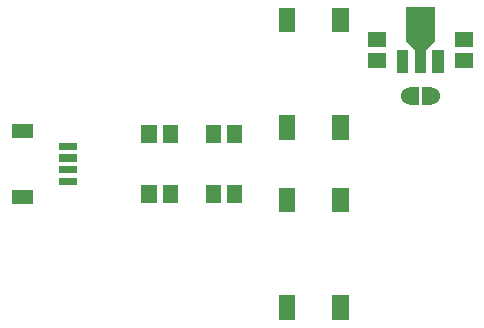
<source format=gbr>
G04 start of page 10 for group -4015 idx -4015 *
G04 Title: (unknown), toppaste *
G04 Creator: pcb 20140316 *
G04 CreationDate: Thu 20 Aug 2020 03:00:16 AM GMT UTC *
G04 For: railfan *
G04 Format: Gerber/RS-274X *
G04 PCB-Dimensions (mil): 2000.00 1200.00 *
G04 PCB-Coordinate-Origin: lower left *
%MOIN*%
%FSLAX25Y25*%
%LNTOPPASTE*%
%ADD68R,0.0550X0.0550*%
%ADD67R,0.0300X0.0300*%
%ADD66C,0.0600*%
%ADD65C,0.0001*%
%ADD64R,0.0945X0.0945*%
%ADD63R,0.0378X0.0378*%
%ADD62R,0.0512X0.0512*%
%ADD61R,0.0472X0.0472*%
%ADD60R,0.0236X0.0236*%
G54D60*X18130Y65906D02*X21870D01*
X18130Y61969D02*X21870D01*
X18130Y58031D02*X21870D01*
X18130Y54094D02*X21870D01*
G54D61*X3563Y71024D02*X5925D01*
X3563Y48976D02*X5925D01*
G54D62*X75586Y70393D02*Y69607D01*
X68500Y70393D02*Y69607D01*
X54086Y70393D02*Y69607D01*
X47000Y70393D02*Y69607D01*
X54086Y50393D02*Y49607D01*
X47000Y50393D02*Y49607D01*
X75586Y50393D02*Y49607D01*
X68500Y50393D02*Y49607D01*
G54D63*X131594Y96110D02*Y92016D01*
X137500Y103826D02*Y92016D01*
G54D64*Y107450D02*Y105560D01*
G54D65*G36*
X134195Y102255D02*X137035Y99415D01*
X135615Y97995D01*
X132775Y100835D01*
X134195Y102255D01*
G37*
G36*
X137965Y99415D02*X140805Y102255D01*
X142225Y100835D01*
X139385Y97995D01*
X137965Y99415D01*
G37*
G54D63*X143406Y96110D02*Y92016D01*
G54D66*X134100Y82500D03*
G54D67*X135600Y84000D02*Y81000D01*
G54D66*X140900Y82500D03*
G54D67*X139400Y84000D02*Y81000D01*
G54D62*X151607Y94457D02*X152393D01*
X151607Y101543D02*X152393D01*
X122607Y94457D02*X123393D01*
X122607Y101543D02*X123393D01*
G54D68*X110900Y49350D02*Y46550D01*
Y13450D02*Y10650D01*
X93100Y49350D02*Y46550D01*
Y13450D02*Y10650D01*
X110900Y109350D02*Y106550D01*
Y73450D02*Y70650D01*
X93100Y109350D02*Y106550D01*
Y73450D02*Y70650D01*
M02*

</source>
